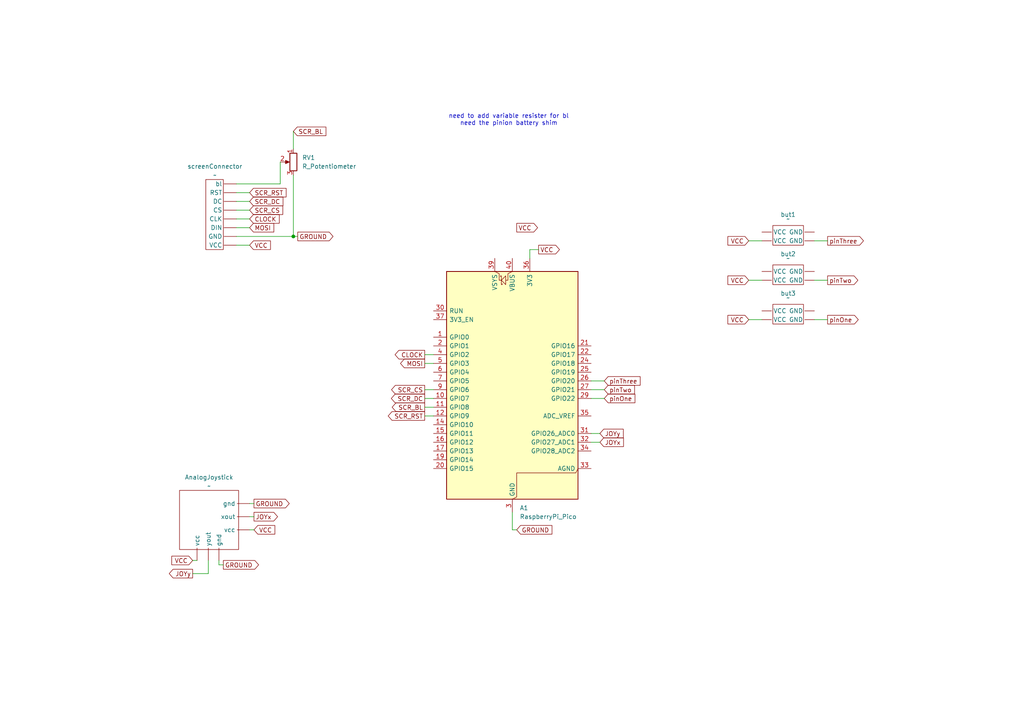
<source format=kicad_sch>
(kicad_sch (version 20250114) (generator "eeschema") (generator_version "9.0")
  (paper "A4")
  (lib_symbols
    (symbol "CompLib:2djoystick"
      (property "Reference" "U" (at 1.524 -2.286 0))
      (symbol "2djoystick_0_1"
        (rectangle (start 0 0) (end 17.145 -17.145))
      )
      (symbol "2djoystick_1_1"
        (pin power_in line (at 5.08 -20.32 90) (length 3.6) (name "vcc") (number ""))
        (pin output line (at 8.35 -20.32 90) (length 3.6) (name "yout") (number ""))
        (pin output line (at 11.43 -20.32 90) (length 3.6) (name "gnd") (number ""))
        (pin output line (at 20.32 -3.81 180) (length 3.6) (name "gnd") (number ""))
        (pin output line (at 20.32 -7.62 180) (length 3.6) (name "xout") (number ""))
        (pin power_in line (at 20.32 -11.43 180) (length 3.6) (name "vcc") (number ""))
      )
    )
    (symbol "CompLib:lcdConnector"
      (property "Reference" "U" (at -1.778 9.144 0))
      (symbol "lcdConnector_0_1"
        (rectangle (start -2.54 10.16) (end 2.54 -10.16))
      )
      (symbol "lcdConnector_1_1"
        (pin input line (at 6.35 8.89 180) (length 3.6) (name "bl") (number ""))
        (pin input line (at 6.35 6.35 180) (length 3.6) (name "RST") (number ""))
        (pin input line (at 6.35 3.81 180) (length 3.6) (name "DC") (number ""))
        (pin input line (at 6.35 1.27 180) (length 3.6) (name "CS") (number ""))
        (pin input line (at 6.35 -1.27 180) (length 3.6) (name "CLK") (number ""))
        (pin input line (at 6.35 -3.81 180) (length 3.6) (name "DIN") (number ""))
        (pin input line (at 6.35 -6.35 180) (length 3.6) (name "GND") (number ""))
        (pin input line (at 6.35 -8.89 180) (length 3.6) (name "VCC") (number ""))
      )
    )
    (symbol "CompLib:pushButton"
      (property "Reference" "U" (at 0 -0.254 0))
      (symbol "pushButton_0_1"
        (rectangle (start -4.445 3.175) (end 4.445 -2.54))
      )
      (symbol "pushButton_1_1"
        (pin input line (at -7.62 1.27 0) (length 2.8) (name "VCC") (number ""))
        (pin input line (at -7.62 -1.27 0) (length 2.8) (name "VCC") (number ""))
        (pin output line (at 7.62 1.27 180) (length 2.8) (name "GND") (number ""))
        (pin output line (at 7.62 -1.27 180) (length 2.8) (name "GND") (number ""))
      )
    )
    (symbol "Device:R_Potentiometer" (pin_names (offset 1.016) (hide yes))
      (property "Reference" "RV" (at -4.445 0 90))
      (property "Value" "R_Potentiometer" (at -2.54 0 90))
      (symbol "R_Potentiometer_0_1"
        (rectangle (start 1.016 2.54) (end -1.016 -2.54) (stroke (width 0.254)))
        (polyline (pts (xy 1.143 0) (xy 2.286 0.508) (xy 2.286 -0.508) (xy 1.143 0)) (fill (type outline)))
        (polyline (pts (xy 2.54 0) (xy 1.524 0)))
      )
      (symbol "R_Potentiometer_1_1"
        (pin passive line (at 0 3.81 270) (length 1.27) (name "1") (number "1"))
        (pin passive line (at 0 -3.81 90) (length 1.27) (name "3") (number "3"))
        (pin passive line (at 3.81 0 180) (length 1.27) (name "2") (number "2"))
      )
    )
    (symbol "MCU_Module:RaspberryPi_Pico" (pin_names (offset 0.762))
      (property "Reference" "A" (at -19.05 35.56 0))
      (property "Value" "RaspberryPi_Pico" (at 7.62 35.56 0))
      (symbol "RaspberryPi_Pico_0_1"
        (rectangle (start -19.05 34.29) (end 19.05 -31.75) (stroke (width 0.254)) (fill (type background)))
        (polyline (pts (xy -5.08 34.29) (xy -3.81 33.655) (xy -3.81 31.75) (xy -3.175 31.75)))
        (polyline (pts (xy -3.429 32.766) (xy -3.429 33.02) (xy -3.175 33.02) (xy -3.175 30.48) (xy -2.921 30.48) (xy -2.921 30.734)))
        (polyline (pts (xy -3.175 31.75) (xy -1.905 33.02) (xy -1.905 30.48) (xy -3.175 31.75)))
        (polyline (pts (xy 0 34.29) (xy -1.27 33.655) (xy -1.27 31.75) (xy -1.905 31.75)))
        (polyline (pts (xy 0 -31.75) (xy 1.27 -31.115) (xy 1.27 -24.13) (xy 18.415 -24.13) (xy 19.05 -22.86)))
      )
      (symbol "RaspberryPi_Pico_1_1"
        (pin passive line (at -22.86 22.86 0) (length 3.81) (name "RUN") (number "30"))
        (pin passive line (at -22.86 20.32 0) (length 3.81) (name "3V3_EN") (number "37"))
        (pin bidirectional line (at -22.86 15.24 0) (length 3.81) (name "GPIO0") (number "1"))
        (pin bidirectional line (at -22.86 12.7 0) (length 3.81) (name "GPIO1") (number "2"))
        (pin bidirectional line (at -22.86 10.16 0) (length 3.81) (name "GPIO2") (number "4"))
        (pin bidirectional line (at -22.86 7.62 0) (length 3.81) (name "GPIO3") (number "5"))
        (pin bidirectional line (at -22.86 5.08 0) (length 3.81) (name "GPIO4") (number "6"))
        (pin bidirectional line (at -22.86 2.54 0) (length 3.81) (name "GPIO5") (number "7"))
        (pin bidirectional line (at -22.86 0 0) (length 3.81) (name "GPIO6") (number "9"))
        (pin bidirectional line (at -22.86 -2.54 0) (length 3.81) (name "GPIO7") (number "10"))
        (pin bidirectional line (at -22.86 -5.08 0) (length 3.81) (name "GPIO8") (number "11"))
        (pin bidirectional line (at -22.86 -7.62 0) (length 3.81) (name "GPIO9") (number "12"))
        (pin bidirectional line (at -22.86 -10.16 0) (length 3.81) (name "GPIO10") (number "14"))
        (pin bidirectional line (at -22.86 -12.7 0) (length 3.81) (name "GPIO11") (number "15"))
        (pin bidirectional line (at -22.86 -15.24 0) (length 3.81) (name "GPIO12") (number "16"))
        (pin bidirectional line (at -22.86 -17.78 0) (length 3.81) (name "GPIO13") (number "17"))
        (pin bidirectional line (at -22.86 -20.32 0) (length 3.81) (name "GPIO14") (number "19"))
        (pin bidirectional line (at -22.86 -22.86 0) (length 3.81) (name "GPIO15") (number "20"))
        (pin power_in line (at -5.08 38.1 270) (length 3.81) (name "VSYS") (number "39"))
        (pin power_out line (at 0 38.1 270) (length 3.81) (name "VBUS") (number "40"))
        (pin passive line (at 0 -35.56 90) (length 3.81) (hide yes) (name "GND") (number "13"))
        (pin passive line (at 0 -35.56 90) (length 3.81) (hide yes) (name "GND") (number "18"))
        (pin passive line (at 0 -35.56 90) (length 3.81) (hide yes) (name "GND") (number "23"))
        (pin passive line (at 0 -35.56 90) (length 3.81) (hide yes) (name "GND") (number "28"))
        (pin power_out line (at 0 -35.56 90) (length 3.81) (name "GND") (number "3"))
        (pin passive line (at 0 -35.56 90) (length 3.81) (hide yes) (name "GND") (number "38"))
        (pin passive line (at 0 -35.56 90) (length 3.81) (hide yes) (name "GND") (number "8"))
        (pin power_out line (at 5.08 38.1 270) (length 3.81) (name "3V3") (number "36"))
        (pin bidirectional line (at 22.86 12.7 180) (length 3.81) (name "GPIO16") (number "21"))
        (pin bidirectional line (at 22.86 10.16 180) (length 3.81) (name "GPIO17") (number "22"))
        (pin bidirectional line (at 22.86 7.62 180) (length 3.81) (name "GPIO18") (number "24"))
        (pin bidirectional line (at 22.86 5.08 180) (length 3.81) (name "GPIO19") (number "25"))
        (pin bidirectional line (at 22.86 2.54 180) (length 3.81) (name "GPIO20") (number "26"))
        (pin bidirectional line (at 22.86 0 180) (length 3.81) (name "GPIO21") (number "27"))
        (pin bidirectional line (at 22.86 -2.54 180) (length 3.81) (name "GPIO22") (number "29"))
        (pin power_in line (at 22.86 -7.62 180) (length 3.81) (name "ADC_VREF") (number "35"))
        (pin bidirectional line (at 22.86 -12.7 180) (length 3.81) (name "GPIO26_ADC0") (number "31"))
        (pin bidirectional line (at 22.86 -15.24 180) (length 3.81) (name "GPIO27_ADC1") (number "32"))
        (pin bidirectional line (at 22.86 -17.78 180) (length 3.81) (name "GPIO28_ADC2") (number "34"))
        (pin power_out line (at 22.86 -22.86 180) (length 3.81) (name "AGND") (number "33"))
      )
    )
    (symbol "pushButton_1"
      (property "Reference" "U" (at 0 -0.254 0))
      (symbol "pushButton_1_0_1"
        (rectangle (start -4.445 3.175) (end 4.445 -2.54))
      )
      (symbol "pushButton_1_1_1"
        (pin input line (at -7.62 1.27 0) (length 2.8) (name "VCC") (number ""))
        (pin input line (at -7.62 -1.27 0) (length 2.8) (name "VCC") (number ""))
        (pin output line (at 7.62 1.27 180) (length 2.8) (name "GND") (number ""))
        (pin output line (at 7.62 -1.27 180) (length 2.8) (name "GND") (number ""))
      )
    )
    (symbol "pushButton_2"
      (property "Reference" "U" (at 0 -0.254 0))
      (symbol "pushButton_2_0_1"
        (rectangle (start -4.445 3.175) (end 4.445 -2.54))
      )
      (symbol "pushButton_2_1_1"
        (pin input line (at -7.62 1.27 0) (length 2.8) (name "VCC") (number ""))
        (pin input line (at -7.62 -1.27 0) (length 2.8) (name "VCC") (number ""))
        (pin output line (at 7.62 1.27 180) (length 2.8) (name "GND") (number ""))
        (pin output line (at 7.62 -1.27 180) (length 2.8) (name "GND") (number ""))
      )
    )
  )
  (text "need to add variable resister for bl\nneed the pinion battery shim" (at 147.574 34.798 0) (effects (font (size 1.27 1.27))))
  (junction (at 85.09 68.58))
  (wire (pts (xy 123.19 120.65) (xy 125.73 120.65)))
  (wire (pts (xy 85.09 68.58) (xy 86.36 68.58)))
  (wire (pts (xy 171.45 128.27) (xy 173.99 128.27)))
  (wire (pts (xy 68.58 66.04) (xy 72.39 66.04)))
  (wire (pts (xy 148.59 148.59) (xy 148.59 153.67)))
  (wire (pts (xy 81.28 46.99) (xy 81.28 53.34)))
  (wire (pts (xy 68.58 55.88) (xy 72.39 55.88)))
  (wire (pts (xy 236.22 81.28) (xy 240.03 81.28)))
  (wire (pts (xy 123.19 105.41) (xy 125.73 105.41)))
  (wire (pts (xy 68.58 63.5) (xy 72.39 63.5)))
  (wire (pts (xy 153.67 74.93) (xy 153.67 72.39)))
  (wire (pts (xy 171.45 110.49) (xy 175.26 110.49)))
  (wire (pts (xy 123.19 115.57) (xy 125.73 115.57)))
  (wire (pts (xy 217.17 92.71) (xy 220.98 92.71)))
  (wire (pts (xy 123.19 118.11) (xy 125.73 118.11)))
  (wire (pts (xy 123.19 113.03) (xy 125.73 113.03)))
  (wire (pts (xy 55.88 166.37) (xy 60.42 166.37)))
  (wire (pts (xy 217.17 69.85) (xy 220.98 69.85)))
  (wire (pts (xy 217.17 81.28) (xy 220.98 81.28)))
  (wire (pts (xy 148.59 153.67) (xy 149.86 153.67)))
  (wire (pts (xy 171.45 115.57) (xy 175.26 115.57)))
  (wire (pts (xy 72.39 146.05) (xy 73.66 146.05)))
  (wire (pts (xy 60.42 166.37) (xy 60.42 162.56)))
  (wire (pts (xy 171.45 125.73) (xy 173.99 125.73)))
  (wire (pts (xy 64.77 163.83) (xy 63.5 163.83)))
  (wire (pts (xy 68.58 68.58) (xy 85.09 68.58)))
  (wire (pts (xy 153.67 72.39) (xy 156.21 72.39)))
  (wire (pts (xy 85.09 38.1) (xy 85.09 43.18)))
  (wire (pts (xy 68.58 71.12) (xy 72.39 71.12)))
  (wire (pts (xy 236.22 92.71) (xy 240.03 92.71)))
  (wire (pts (xy 68.58 53.34) (xy 81.28 53.34)))
  (wire (pts (xy 68.58 58.42) (xy 72.39 58.42)))
  (wire (pts (xy 123.19 102.87) (xy 125.73 102.87)))
  (wire (pts (xy 72.39 149.86) (xy 73.66 149.86)))
  (wire (pts (xy 68.58 60.96) (xy 72.39 60.96)))
  (wire (pts (xy 55.88 162.56) (xy 57.15 162.56)))
  (wire (pts (xy 63.5 163.83) (xy 63.5 162.56)))
  (wire (pts (xy 72.39 153.67) (xy 73.66 153.67)))
  (wire (pts (xy 85.09 50.8) (xy 85.09 68.58)))
  (wire (pts (xy 236.22 69.85) (xy 240.03 69.85)))
  (wire (pts (xy 171.45 113.03) (xy 175.26 113.03)))
  (global_label "CLOCK" (shape input) (at 72.39 63.5 0) (property "Intersheetrefs" "${INTERSHEET_REFS}" (effects (hide yes))))
  (global_label "MOSI" (shape input) (at 72.39 66.04 0) (property "Intersheetrefs" "${INTERSHEET_REFS}" (effects (hide yes))))
  (global_label "pinThree" (shape output) (at 240.03 69.85 0) (property "Intersheetrefs" "${INTERSHEET_REFS}" (effects (hide yes))))
  (global_label "GROUND" (shape output) (at 86.36 68.58 0) (property "Intersheetrefs" "${INTERSHEET_REFS}" (effects (hide yes))))
  (global_label "MOSI" (shape output) (at 123.19 105.41 180) (property "Intersheetrefs" "${INTERSHEET_REFS}" (effects (hide yes))))
  (global_label "pinOne" (shape input) (at 175.26 115.57 0) (property "Intersheetrefs" "${INTERSHEET_REFS}" (effects (hide yes))))
  (global_label "pinTwo" (shape output) (at 240.03 81.28 0) (property "Intersheetrefs" "${INTERSHEET_REFS}" (effects (hide yes))))
  (global_label "VCC" (shape input) (at 55.88 162.56 180) (property "Intersheetrefs" "${INTERSHEET_REFS}" (effects (hide yes))))
  (global_label "GROUND" (shape output) (at 64.77 163.83 0) (property "Intersheetrefs" "${INTERSHEET_REFS}" (effects (hide yes))))
  (global_label "JOYx" (shape output) (at 73.66 149.86 0) (property "Intersheetrefs" "${INTERSHEET_REFS}" (effects (hide yes))))
  (global_label "SCR_BL" (shape input) (at 85.09 38.1 0) (property "Intersheetrefs" "${INTERSHEET_REFS}" (effects (hide yes))))
  (global_label "SCR_BL" (shape output) (at 123.19 118.11 180) (property "Intersheetrefs" "${INTERSHEET_REFS}" (effects (hide yes))))
  (global_label "VCC" (shape input) (at 217.17 69.85 180) (property "Intersheetrefs" "${INTERSHEET_REFS}" (effects (hide yes))))
  (global_label "JOYy" (shape output) (at 55.88 166.37 180) (property "Intersheetrefs" "${INTERSHEET_REFS}" (effects (hide yes))))
  (global_label "SCR_CS" (shape input) (at 72.39 60.96 0) (property "Intersheetrefs" "${INTERSHEET_REFS}" (effects (hide yes))))
  (global_label "CLOCK" (shape output) (at 123.19 102.87 180) (property "Intersheetrefs" "${INTERSHEET_REFS}" (effects (hide yes))))
  (global_label "VCC" (shape input) (at 73.66 153.67 0) (property "Intersheetrefs" "${INTERSHEET_REFS}" (effects (hide yes))))
  (global_label "VCC" (shape input) (at 217.17 92.71 180) (property "Intersheetrefs" "${INTERSHEET_REFS}" (effects (hide yes))))
  (global_label "SCR_RST" (shape output) (at 123.19 120.65 180) (property "Intersheetrefs" "${INTERSHEET_REFS}" (effects (hide yes))))
  (global_label "GROUND" (shape output) (at 73.66 146.05 0) (property "Intersheetrefs" "${INTERSHEET_REFS}" (effects (hide yes))))
  (global_label "SCR_CS" (shape output) (at 123.19 113.03 180) (property "Intersheetrefs" "${INTERSHEET_REFS}" (effects (hide yes))))
  (global_label "SCR_DC" (shape output) (at 123.19 115.57 180) (property "Intersheetrefs" "${INTERSHEET_REFS}" (effects (hide yes))))
  (global_label "SCR_RST" (shape input) (at 72.39 55.88 0) (property "Intersheetrefs" "${INTERSHEET_REFS}" (effects (hide yes))))
  (global_label "SCR_DC" (shape input) (at 72.39 58.42 0) (property "Intersheetrefs" "${INTERSHEET_REFS}" (effects (hide yes))))
  (global_label "GROUND" (shape input) (at 149.86 153.67 0) (property "Intersheetrefs" "${INTERSHEET_REFS}" (effects (hide yes))))
  (global_label "JOYy" (shape input) (at 173.99 125.73 0) (property "Intersheetrefs" "${INTERSHEET_REFS}" (effects (hide yes))))
  (global_label "VCC" (shape input) (at 72.39 71.12 0) (property "Intersheetrefs" "${INTERSHEET_REFS}" (effects (hide yes))))
  (global_label "VCC" (shape output) (at 156.21 72.39 0) (property "Intersheetrefs" "${INTERSHEET_REFS}" (effects (hide yes))))
  (global_label "VCC" (shape output) (at 149.86 66.04 0) (property "Intersheetrefs" "${INTERSHEET_REFS}" (effects (hide yes))))
  (global_label "JOYx" (shape input) (at 173.99 128.27 0) (property "Intersheetrefs" "${INTERSHEET_REFS}" (effects (hide yes))))
  (global_label "VCC" (shape input) (at 217.17 81.28 180) (property "Intersheetrefs" "${INTERSHEET_REFS}" (effects (hide yes))))
  (global_label "pinOne" (shape output) (at 240.03 92.71 0) (property "Intersheetrefs" "${INTERSHEET_REFS}" (effects (hide yes))))
  (global_label "pinThree" (shape input) (at 175.26 110.49 0) (property "Intersheetrefs" "${INTERSHEET_REFS}" (effects (hide yes))))
  (global_label "pinTwo" (shape input) (at 175.26 113.03 0) (property "Intersheetrefs" "${INTERSHEET_REFS}" (effects (hide yes))))
  (symbol (lib_id "CompLib:2djoystick") (at 52.07 142.24 0) (unit 1)
    (property "Reference" "AnalogJoystick" (at 60.6425 138.43 0))
    (property "Value" "~" (at 60.6425 140.97 0))
  )
  (symbol (lib_id "MCU_Module:RaspberryPi_Pico") (at 148.59 113.03 0) (unit 1)
    (property "Reference" "A1" (at 150.7333 147.32 0) (effects (justify left)))
    (property "Value" "RaspberryPi_Pico" (at 150.7333 149.86 0) (effects (justify left)))
    (property "Footprint" "Module:RaspberryPi_Pico_Common_Unspecified" (effects (hide yes)))
    (property "Datasheet" "https://datasheets.raspberrypi.com/pico/pico-datasheet.pdf" (effects (hide yes)))
    (property "Description" "Versatile and inexpensive microcontroller module powered by RP2040 dual-core Arm Cortex-M0+ processor up to 133 MHz, 264kB SRAM, 2MB QSPI flash; also supports Raspberry Pi Pico 2" (effects (hide yes)))
  )
  (symbol (lib_name "pushButton_1") (lib_id "CompLib:pushButton") (at 228.6 80.01 0) (unit 1)
    (property "Reference" "but2" (at 228.6 73.66 0))
    (property "Value" "~" (at 228.6 74.93 0))
  )
  (symbol (lib_id "Device:R_Potentiometer") (at 85.09 46.99 0) (mirror y) (unit 1)
    (property "Reference" "RV1" (at 87.63 45.7199 0) (effects (justify right)))
    (property "Value" "R_Potentiometer" (at 87.63 48.2599 0) (effects (justify right)))
    (property "Description" "Potentiometer" (effects (hide yes)))
  )
  (symbol (lib_id "CompLib:pushButton") (at 228.6 68.58 0) (unit 1)
    (property "Reference" "but1" (at 228.6 62.23 0))
    (property "Value" "~" (at 228.6 63.5 0))
  )
  (symbol (lib_id "CompLib:lcdConnector") (at 62.23 62.23 0) (unit 1)
    (property "Reference" "screenConnector" (at 62.335 48.26 0))
    (property "Value" "~" (at 62.335 50.8 0))
  )
  (symbol (lib_name "pushButton_2") (lib_id "CompLib:pushButton") (at 228.6 91.44 0) (unit 1)
    (property "Reference" "but3" (at 228.6 85.09 0))
    (property "Value" "~" (at 228.6 86.36 0))
  )
)
</source>
